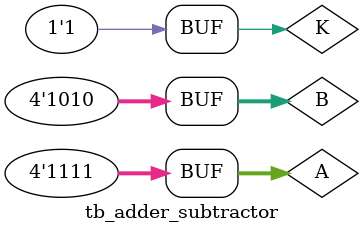
<source format=v>
module tb_adder_subtractor;
    reg [3:0] A, B;
    reg K;
    wire [3:0] result;
    wire Cout;
	 
    adder_subtractor u1(A, B, K, result, Cout);
	 
    initial begin
        #10 A = 4'b0101; B = 4'b0011; K = 1'b0; #10; // 5 + 3
        #10 A = 4'b1001; B = 4'b0101; K = 1'b1; #10; // 9 - 5
        #10 A = 4'b1100; B = 4'b1101; K = 1'b0; #10; // 12 + 13
        #10 A = 4'b1111; B = 4'b1010; K = 1'b1; #10; // 15 - 10
    end
	 
endmodule

</source>
